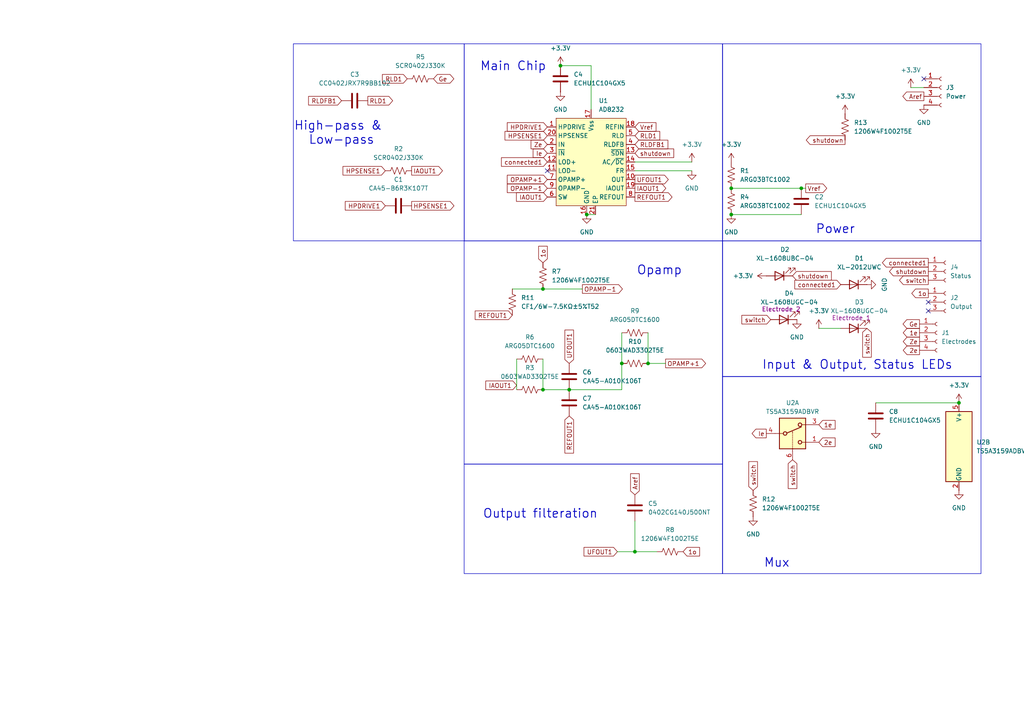
<source format=kicad_sch>
(kicad_sch (version 20231120) (generator "eeschema") (generator_version "8.0")
  (paper "A4")
  (lib_symbols
    (symbol "Analog_Switch:TS5A3159ADBVR" (pin_names (offset 0.127))
      (property "Reference" "U" (at -3.175 4.699 0))
      (property "Value" "TS5A3159ADBVR" (at -3.175 2.921 0))
      (symbol "TS5A3159ADBVR_1_1"
        (rectangle (start -3.81 4.445) (end 3.81 -4.445) (stroke (width 0.254)) (fill (type background)))
        (circle (center -2.159 0) (radius 0.508) (stroke (width 0.254)))
        (polyline (pts (xy -5.08 0) (xy -2.794 0)))
        (polyline (pts (xy -1.651 0.127) (xy 2.54 1.905)) (stroke (width 0.254)))
        (polyline (pts (xy 0 -5.08) (xy 0 -4.572)))
        (polyline (pts (xy 0 -4.318) (xy 0 -4.064)))
        (polyline (pts (xy 0 -3.81) (xy 0 -3.556)))
        (polyline (pts (xy 0 -3.302) (xy 0 -3.048)))
        (polyline (pts (xy 0 -2.794) (xy 0 -2.54)))
        (polyline (pts (xy 0 -2.286) (xy 0 -2.032)))
        (polyline (pts (xy 0 -1.778) (xy 0 -1.524)))
        (polyline (pts (xy 0 -1.27) (xy 0 -1.016)))
        (polyline (pts (xy 0 -0.762) (xy 0 -0.508)))
        (polyline (pts (xy 0 -0.254) (xy 0 0)))
        (polyline (pts (xy 0 0.254) (xy 0 0.508)))
        (polyline (pts (xy 0 0.254) (xy 0 0.508)))
        (polyline (pts (xy 5.08 -2.54) (xy 2.794 -2.54)))
        (polyline (pts (xy 5.08 2.54) (xy 2.794 2.54)))
        (circle (center 2.159 -2.54) (radius 0.508) (stroke (width 0.254)))
        (circle (center 2.159 2.54) (radius 0.508) (stroke (width 0.254)))
        (pin passive line (at 7.62 -2.54 180) (length 2.54) (name "~") (number "1"))
        (pin passive line (at 7.62 2.54 180) (length 2.54) (name "~") (number "3"))
        (pin passive line (at -7.62 0 0) (length 2.54) (name "~") (number "4"))
        (pin input line (at 0 -7.62 90) (length 2.54) (name "~") (number "6"))
      )
      (symbol "TS5A3159ADBVR_2_0"
        (pin power_in line (at 0 -12.7 90) (length 2.54) (name "GND") (number "2"))
        (pin power_in line (at 0 12.7 270) (length 2.54) (name "V+") (number "5"))
      )
      (symbol "TS5A3159ADBVR_2_1"
        (rectangle (start -3.81 10.16) (end 3.81 -10.16) (stroke (width 0.254)) (fill (type background)))
      )
    )
    (symbol "Connector:Conn_01x03_Socket" (pin_names (offset 1.016) hide)
      (property "Reference" "J" (at 0 5.08 0))
      (property "Value" "Conn_01x03_Socket" (at 0 -5.08 0))
      (symbol "Conn_01x03_Socket_1_1"
        (arc (start 0 -2.032) (mid -0.5058 -2.54) (end 0 -3.048) (stroke (width 0.1524)))
        (polyline (pts (xy -1.27 -2.54) (xy -0.508 -2.54)) (stroke (width 0.1524)))
        (polyline (pts (xy -1.27 0) (xy -0.508 0)) (stroke (width 0.1524)))
        (polyline (pts (xy -1.27 2.54) (xy -0.508 2.54)) (stroke (width 0.1524)))
        (arc (start 0 0.508) (mid -0.5058 0) (end 0 -0.508) (stroke (width 0.1524)))
        (arc (start 0 3.048) (mid -0.5058 2.54) (end 0 2.032) (stroke (width 0.1524)))
        (pin passive line (at -5.08 2.54 0) (length 3.81) (name "Pin_1") (number "1"))
        (pin passive line (at -5.08 0 0) (length 3.81) (name "Pin_2") (number "2"))
        (pin passive line (at -5.08 -2.54 0) (length 3.81) (name "Pin_3") (number "3"))
      )
    )
    (symbol "Connector:Conn_01x04_Socket" (pin_names (offset 1.016) hide)
      (property "Reference" "J" (at 0 5.08 0))
      (property "Value" "Conn_01x04_Socket" (at 0 -7.62 0))
      (symbol "Conn_01x04_Socket_1_1"
        (arc (start 0 -4.572) (mid -0.5058 -5.08) (end 0 -5.588) (stroke (width 0.1524)))
        (arc (start 0 -2.032) (mid -0.5058 -2.54) (end 0 -3.048) (stroke (width 0.1524)))
        (polyline (pts (xy -1.27 -5.08) (xy -0.508 -5.08)) (stroke (width 0.1524)))
        (polyline (pts (xy -1.27 -2.54) (xy -0.508 -2.54)) (stroke (width 0.1524)))
        (polyline (pts (xy -1.27 0) (xy -0.508 0)) (stroke (width 0.1524)))
        (polyline (pts (xy -1.27 2.54) (xy -0.508 2.54)) (stroke (width 0.1524)))
        (arc (start 0 0.508) (mid -0.5058 0) (end 0 -0.508) (stroke (width 0.1524)))
        (arc (start 0 3.048) (mid -0.5058 2.54) (end 0 2.032) (stroke (width 0.1524)))
        (pin passive line (at -5.08 2.54 0) (length 3.81) (name "Pin_1") (number "1"))
        (pin passive line (at -5.08 0 0) (length 3.81) (name "Pin_2") (number "2"))
        (pin passive line (at -5.08 -2.54 0) (length 3.81) (name "Pin_3") (number "3"))
        (pin passive line (at -5.08 -5.08 0) (length 3.81) (name "Pin_4") (number "4"))
      )
    )
    (symbol "Device:C" (pin_numbers hide) (pin_names (offset 0.254))
      (property "Reference" "C" (at 0.635 2.54 0))
      (property "Value" "C" (at 0.635 -2.54 0))
      (symbol "C_0_1"
        (polyline (pts (xy -2.032 -0.762) (xy 2.032 -0.762)) (stroke (width 0.508)))
        (polyline (pts (xy -2.032 0.762) (xy 2.032 0.762)) (stroke (width 0.508)))
      )
      (symbol "C_1_1"
        (pin passive line (at 0 3.81 270) (length 2.794) (name "~") (number "1"))
        (pin passive line (at 0 -3.81 90) (length 2.794) (name "~") (number "2"))
      )
    )
    (symbol "Device:LED" (pin_numbers hide) (pin_names (offset 1.016) hide)
      (property "Reference" "D" (at 0 2.54 0))
      (property "Value" "LED" (at 0 -2.54 0))
      (symbol "LED_0_1"
        (polyline (pts (xy -1.27 -1.27) (xy -1.27 1.27)) (stroke (width 0.254)))
        (polyline (pts (xy -1.27 0) (xy 1.27 0)))
        (polyline (pts (xy 1.27 -1.27) (xy 1.27 1.27) (xy -1.27 0) (xy 1.27 -1.27)) (stroke (width 0.254)))
        (polyline (pts (xy -3.048 -0.762) (xy -4.572 -2.286) (xy -3.81 -2.286) (xy -4.572 -2.286) (xy -4.572 -1.524)))
        (polyline (pts (xy -1.778 -0.762) (xy -3.302 -2.286) (xy -2.54 -2.286) (xy -3.302 -2.286) (xy -3.302 -1.524)))
      )
      (symbol "LED_1_1"
        (pin passive line (at -3.81 0 0) (length 2.54) (name "K") (number "1"))
        (pin passive line (at 3.81 0 180) (length 2.54) (name "A") (number "2"))
      )
    )
    (symbol "Device:R_US" (pin_numbers hide) (pin_names (offset 0))
      (property "Reference" "R" (at 2.54 0 90))
      (property "Value" "R_US" (at -2.54 0 90))
      (symbol "R_US_0_1"
        (polyline (pts (xy 0 -2.286) (xy 0 -2.54)))
        (polyline (pts (xy 0 2.286) (xy 0 2.54)))
        (polyline (pts (xy 0 -0.762) (xy 1.016 -1.143) (xy 0 -1.524) (xy -1.016 -1.905) (xy 0 -2.286)))
        (polyline (pts (xy 0 0.762) (xy 1.016 0.381) (xy 0 0) (xy -1.016 -0.381) (xy 0 -0.762)))
        (polyline (pts (xy 0 2.286) (xy 1.016 1.905) (xy 0 1.524) (xy -1.016 1.143) (xy 0 0.762)))
      )
      (symbol "R_US_1_1"
        (pin passive line (at 0 3.81 270) (length 1.27) (name "~") (number "1"))
        (pin passive line (at 0 -3.81 90) (length 1.27) (name "~") (number "2"))
      )
    )
    (symbol "Personal:AD8232"
      (property "Reference" "U" (at 0 0 0))
      (property "Value" "AD8232" (at 0 4.826 0))
      (symbol "AD8232_0_1"
        (rectangle (start -10.16 12.7) (end 10.16 -12.7) (fill (type background)))
      )
      (symbol "AD8232_1_1"
        (pin output line (at -12.7 10.16 0) (length 2.54) (name "HPDRIVE") (number "1"))
        (pin output line (at 12.7 -5.08 180) (length 2.54) (name "OUT") (number "10"))
        (pin output line (at -12.7 -2.54 0) (length 2.54) (name "LOD-") (number "11"))
        (pin output line (at -12.7 0 0) (length 2.54) (name "LOD+") (number "12"))
        (pin input line (at 12.7 2.54 180) (length 2.54) (name "~{SDN}") (number "13"))
        (pin input line (at 12.7 0 180) (length 2.54) (name "AC/~{DC}") (number "14"))
        (pin input line (at 12.7 -2.54 180) (length 2.54) (name "FR") (number "15"))
        (pin power_in line (at -1.27 -15.24 90) (length 2.54) (name "GND") (number "16"))
        (pin power_in line (at 0 15.24 270) (length 2.54) (name "Vss") (number "17"))
        (pin input line (at 12.7 10.16 180) (length 2.54) (name "REFIN") (number "18"))
        (pin output line (at 12.7 -7.62 180) (length 2.54) (name "IAOUT") (number "19"))
        (pin input line (at -12.7 5.08 0) (length 2.54) (name "IN") (number "2"))
        (pin input line (at -12.7 7.62 0) (length 2.54) (name "HPSENSE") (number "20"))
        (pin passive line (at 1.27 -15.24 90) (length 2.54) (name "EP") (number "21"))
        (pin input line (at -12.7 2.54 0) (length 2.54) (name "~{IN}") (number "3"))
        (pin input line (at 12.7 5.08 180) (length 2.54) (name "RLDFB") (number "4"))
        (pin output line (at 12.7 7.62 180) (length 2.54) (name "RLD") (number "5"))
        (pin input line (at -12.7 -10.16 0) (length 2.54) (name "SW") (number "6"))
        (pin input line (at -12.7 -5.08 0) (length 2.54) (name "OPAMP+") (number "7"))
        (pin output line (at 12.7 -10.16 180) (length 2.54) (name "REFOUT") (number "8"))
        (pin input line (at -12.7 -7.62 0) (length 2.54) (name "OPAMP-") (number "9"))
      )
    )
    (symbol "power:+3.3V" (power) (pin_numbers hide) (pin_names (offset 0) hide)
      (property "Value" "+3.3V" (at 0 3.556 0))
      (symbol "+3.3V_0_1"
        (polyline (pts (xy -0.762 1.27) (xy 0 2.54)))
        (polyline (pts (xy 0 0) (xy 0 2.54)))
        (polyline (pts (xy 0 2.54) (xy 0.762 1.27)))
      )
      (symbol "+3.3V_1_1"
        (pin power_in line (at 0 0 90) (length 0) (name "~") (number "1"))
      )
    )
    (symbol "power:GND" (power) (pin_numbers hide) (pin_names (offset 0) hide)
      (property "Value" "GND" (at 0 -3.81 0))
      (symbol "GND_0_1"
        (polyline (pts (xy 0 0) (xy 0 -1.27) (xy 1.27 -1.27) (xy 0 -2.54) (xy -1.27 -1.27) (xy 0 -1.27)))
      )
      (symbol "GND_1_1"
        (pin power_in line (at 0 0 270) (length 0) (name "~") (number "1"))
      )
    )
  )
  (junction (at 212.09 62.23))
  (junction (at 212.09 54.61))
  (junction (at 162.56 19.05))
  (junction (at 184.15 160.02))
  (junction (at 278.13 116.84))
  (junction (at 187.96 105.41))
  (junction (at 157.48 113.03))
  (junction (at 157.48 83.82))
  (junction (at 232.41 54.61))
  (junction (at 180.34 105.41))
  (junction (at 165.1 113.03))
  (junction (at 170.18 62.23))
  (no_connect (at 158.75 49.53))
  (no_connect (at 269.24 90.17))
  (no_connect (at 267.97 22.86))
  (no_connect (at 269.24 87.63))
  (wire (pts (xy 212.09 62.23) (xy 232.41 62.23)))
  (wire (pts (xy 264.16 25.4) (xy 267.97 25.4)))
  (wire (pts (xy 157.48 113.03) (xy 165.1 113.03)))
  (wire (pts (xy 184.15 46.99) (xy 200.66 46.99)))
  (wire (pts (xy 171.45 19.05) (xy 171.45 31.75)))
  (wire (pts (xy 170.18 62.23) (xy 172.72 62.23)))
  (wire (pts (xy 187.96 105.41) (xy 193.04 105.41)))
  (wire (pts (xy 184.15 151.13) (xy 184.15 160.02)))
  (wire (pts (xy 237.49 95.25) (xy 243.84 95.25)))
  (wire (pts (xy 232.41 54.61) (xy 233.68 54.61)))
  (wire (pts (xy 180.34 96.52) (xy 180.34 105.41)))
  (wire (pts (xy 254 116.84) (xy 278.13 116.84)))
  (wire (pts (xy 184.15 160.02) (xy 179.07 160.02)))
  (wire (pts (xy 200.66 49.53) (xy 184.15 49.53)))
  (wire (pts (xy 162.56 19.05) (xy 171.45 19.05)))
  (wire (pts (xy 165.1 113.03) (xy 180.34 113.03)))
  (wire (pts (xy 157.48 83.82) (xy 168.91 83.82)))
  (wire (pts (xy 190.5 160.02) (xy 184.15 160.02)))
  (wire (pts (xy 187.96 96.52) (xy 187.96 105.41)))
  (wire (pts (xy 149.86 104.14) (xy 149.86 113.03)))
  (wire (pts (xy 148.59 83.82) (xy 157.48 83.82)))
  (wire (pts (xy 212.09 54.61) (xy 232.41 54.61)))
  (wire (pts (xy 157.48 104.14) (xy 157.48 113.03)))
  (wire (pts (xy 180.34 105.41) (xy 180.34 113.03)))
  (rectangle (start 209.55 69.85) (end 284.5308 109.22))
  (rectangle (start 134.62 12.7) (end 209.6008 69.85))
  (rectangle (start 134.62 134.62) (end 209.6008 166.37))
  (rectangle (start 209.55 12.7) (end 284.5308 69.85))
  (rectangle (start 209.55 109.22) (end 284.5308 166.37))
  (rectangle (start 134.62 69.85) (end 209.6008 134.62))
  (rectangle (start 85.09 12.7) (end 134.6708 69.85))
  (text "Opamp" (at 191.262 78.486 0) (effects (font (size 2.54 2.54) (thickness 0.254) (bold yes))))
  (text "Power" (at 242.316 66.548 0) (effects (font (size 2.54 2.54) (thickness 0.254) (bold yes))))
  (text "Output filteration" (at 156.718 149.098 0) (effects (font (size 2.54 2.54) (thickness 0.254) (bold yes))))
  (text "Mux" (at 225.298 163.322 0) (effects (font (size 2.54 2.54) (thickness 0.254) (bold yes))))
  (text "Input & Output, Status LEDs" (at 248.666 105.918 0) (effects (font (size 2.54 2.54) (thickness 0.254) (bold yes))))
  (text "Main Chip" (at 148.844 19.304 0) (effects (font (size 2.54 2.54) (thickness 0.254) (bold yes))))
  (text "High-pass & \nLow-pass" (at 99.06 38.608 0) (effects (font (size 2.54 2.54) (thickness 0.254) (bold yes))))
  (global_label "UFOUT1" (shape output) (at 184.15 52.07 0) (property "Intersheetrefs" "${INTERSHEET_REFS}" (effects (hide yes))))
  (global_label "connected1" (shape input) (at 158.75 46.99 180) (property "Intersheetrefs" "${INTERSHEET_REFS}" (effects (hide yes))))
  (global_label "REFOUT1" (shape output) (at 184.15 57.15 0) (property "Intersheetrefs" "${INTERSHEET_REFS}" (effects (hide yes))))
  (global_label "2e" (shape output) (at 266.7 101.6 180) (property "Intersheetrefs" "${INTERSHEET_REFS}" (effects (hide yes))))
  (global_label "shutdown" (shape input) (at 229.87 80.01 0) (property "Intersheetrefs" "${INTERSHEET_REFS}" (effects (hide yes))))
  (global_label "Ge" (shape output) (at 266.7 93.98 180) (property "Intersheetrefs" "${INTERSHEET_REFS}" (effects (hide yes))))
  (global_label "UFOUT1" (shape input) (at 179.07 160.02 180) (property "Intersheetrefs" "${INTERSHEET_REFS}" (effects (hide yes))))
  (global_label "Ie" (shape output) (at 222.25 125.73 180) (property "Intersheetrefs" "${INTERSHEET_REFS}" (effects (hide yes))))
  (global_label "switch" (shape input) (at 251.46 95.25 270) (property "Intersheetrefs" "${INTERSHEET_REFS}" (effects (hide yes))))
  (global_label "Vref" (shape output) (at 233.68 54.61 0) (property "Intersheetrefs" "${INTERSHEET_REFS}" (effects (hide yes))))
  (global_label "RLD1" (shape input) (at 184.15 39.37 0) (property "Intersheetrefs" "${INTERSHEET_REFS}" (effects (hide yes))))
  (global_label "HPSENSE1" (shape input) (at 111.76 49.53 180) (property "Intersheetrefs" "${INTERSHEET_REFS}" (effects (hide yes))))
  (global_label "1o" (shape input) (at 157.48 76.2 90) (property "Intersheetrefs" "${INTERSHEET_REFS}" (effects (hide yes))))
  (global_label "IAOUT1" (shape input) (at 149.86 111.76 180) (property "Intersheetrefs" "${INTERSHEET_REFS}" (effects (hide yes))))
  (global_label "IAOUT1" (shape output) (at 184.15 54.61 0) (property "Intersheetrefs" "${INTERSHEET_REFS}" (effects (hide yes))))
  (global_label "1o" (shape input) (at 198.12 160.02 0) (property "Intersheetrefs" "${INTERSHEET_REFS}" (effects (hide yes))))
  (global_label "OPAMP-1" (shape input) (at 158.75 54.61 180) (property "Intersheetrefs" "${INTERSHEET_REFS}" (effects (hide yes))))
  (global_label "OPAMP-1" (shape output) (at 168.91 83.82 0) (property "Intersheetrefs" "${INTERSHEET_REFS}" (effects (hide yes))))
  (global_label "HPDRIVE1" (shape input) (at 111.76 59.69 180) (property "Intersheetrefs" "${INTERSHEET_REFS}" (effects (hide yes))))
  (global_label "1e" (shape input) (at 237.49 123.19 0) (property "Intersheetrefs" "${INTERSHEET_REFS}" (effects (hide yes))))
  (global_label "RLDFB1" (shape input) (at 184.15 41.91 0) (property "Intersheetrefs" "${INTERSHEET_REFS}" (effects (hide yes))))
  (global_label "HPDRIVE1" (shape input) (at 158.75 36.83 180) (property "Intersheetrefs" "${INTERSHEET_REFS}" (effects (hide yes))))
  (global_label "switch" (shape input) (at 223.52 92.71 180) (property "Intersheetrefs" "${INTERSHEET_REFS}" (effects (hide yes))))
  (global_label "OPAMP+1" (shape input) (at 158.75 52.07 180) (property "Intersheetrefs" "${INTERSHEET_REFS}" (effects (hide yes))))
  (global_label "connected1" (shape output) (at 269.24 76.2 180) (property "Intersheetrefs" "${INTERSHEET_REFS}" (effects (hide yes))))
  (global_label "shutdown" (shape output) (at 245.11 40.64 180) (property "Intersheetrefs" "${INTERSHEET_REFS}" (effects (hide yes))))
  (global_label "RLDFB1" (shape input) (at 99.06 29.21 180) (property "Intersheetrefs" "${INTERSHEET_REFS}" (effects (hide yes))))
  (global_label "Ze" (shape input) (at 158.75 41.91 180) (property "Intersheetrefs" "${INTERSHEET_REFS}" (effects (hide yes))))
  (global_label "connected1" (shape input) (at 243.84 82.55 180) (property "Intersheetrefs" "${INTERSHEET_REFS}" (effects (hide yes))))
  (global_label "shutdown" (shape input) (at 184.15 44.45 0) (property "Intersheetrefs" "${INTERSHEET_REFS}" (effects (hide yes))))
  (global_label "2e" (shape input) (at 237.49 128.27 0) (property "Intersheetrefs" "${INTERSHEET_REFS}" (effects (hide yes))))
  (global_label "1o" (shape output) (at 269.24 85.09 180) (property "Intersheetrefs" "${INTERSHEET_REFS}" (effects (hide yes))))
  (global_label "IAOUT1" (shape input) (at 158.75 57.15 180) (property "Intersheetrefs" "${INTERSHEET_REFS}" (effects (hide yes))))
  (global_label "shutdown" (shape output) (at 269.24 78.74 180) (property "Intersheetrefs" "${INTERSHEET_REFS}" (effects (hide yes))))
  (global_label "Vref" (shape input) (at 184.15 36.83 0) (property "Intersheetrefs" "${INTERSHEET_REFS}" (effects (hide yes))))
  (global_label "HPSENSE1" (shape output) (at 119.38 59.69 0) (property "Intersheetrefs" "${INTERSHEET_REFS}" (effects (hide yes))))
  (global_label "RLD1" (shape output) (at 106.68 29.21 0) (property "Intersheetrefs" "${INTERSHEET_REFS}" (effects (hide yes))))
  (global_label "Ge" (shape bidirectional) (at 125.73 22.86 0) (property "Intersheetrefs" "${INTERSHEET_REFS}" (effects (hide yes))))
  (global_label "switch" (shape input) (at 218.44 142.24 90) (property "Intersheetrefs" "${INTERSHEET_REFS}" (effects (hide yes))))
  (global_label "OPAMP+1" (shape output) (at 193.04 105.41 0) (property "Intersheetrefs" "${INTERSHEET_REFS}" (effects (hide yes))))
  (global_label "switch" (shape input) (at 229.87 133.35 270) (property "Intersheetrefs" "${INTERSHEET_REFS}" (effects (hide yes))))
  (global_label "Ie" (shape input) (at 158.75 44.45 180) (property "Intersheetrefs" "${INTERSHEET_REFS}" (effects (hide yes))))
  (global_label "REFOUT1" (shape input) (at 148.59 91.44 180) (property "Intersheetrefs" "${INTERSHEET_REFS}" (effects (hide yes))))
  (global_label "HPSENSE1" (shape input) (at 158.75 39.37 180) (property "Intersheetrefs" "${INTERSHEET_REFS}" (effects (hide yes))))
  (global_label "1e" (shape output) (at 266.7 96.52 180) (property "Intersheetrefs" "${INTERSHEET_REFS}" (effects (hide yes))))
  (global_label "Aref" (shape input) (at 184.15 143.51 90) (property "Intersheetrefs" "${INTERSHEET_REFS}" (effects (hide yes))))
  (global_label "Ze" (shape output) (at 266.7 99.06 180) (property "Intersheetrefs" "${INTERSHEET_REFS}" (effects (hide yes))))
  (global_label "UFOUT1" (shape input) (at 165.1 105.41 90) (property "Intersheetrefs" "${INTERSHEET_REFS}" (effects (hide yes))))
  (global_label "RLD1" (shape input) (at 118.11 22.86 180) (property "Intersheetrefs" "${INTERSHEET_REFS}" (effects (hide yes))))
  (global_label "IAOUT1" (shape output) (at 119.38 49.53 0) (property "Intersheetrefs" "${INTERSHEET_REFS}" (effects (hide yes))))
  (global_label "REFOUT1" (shape input) (at 165.1 120.65 270) (property "Intersheetrefs" "${INTERSHEET_REFS}" (effects (hide yes))))
  (global_label "Aref" (shape output) (at 267.97 27.94 180) (property "Intersheetrefs" "${INTERSHEET_REFS}" (effects (hide yes))))
  (global_label "switch" (shape output) (at 269.24 81.28 180) (property "Intersheetrefs" "${INTERSHEET_REFS}" (effects (hide yes))))
  (symbol (lib_id "Device:C") (at 162.56 22.86 0) (unit 1)
    (property "Reference" "C4" (at 166.37 21.5899 0) (effects (justify left)))
    (property "Value" "ECHU1C104GX5" (at 166.37 24.1299 0) (effects (justify left)))
    (property "Footprint" "Capacitor_SMD:C_1210_3225Metric" (effects (hide yes)))
    (property "Description" "Unpolarized capacitor" (effects (hide yes)))
  )
  (symbol (lib_id "power:GND") (at 254 124.46 0) (unit 1)
    (property "Reference" "#PWR09" (effects (hide yes)))
    (property "Value" "GND" (at 254 129.54 0))
    (property "Description" "Power symbol creates a global label with name \"GND\" , ground" (effects (hide yes)))
  )
  (symbol (lib_id "Device:LED") (at 227.33 92.71 180) (unit 1)
    (property "Reference" "D4" (at 228.9175 85.09 0))
    (property "Value" "XL-1608UGC-04" (at 228.9175 87.63 0))
    (property "Footprint" "LED_SMD:LED_0603_1608Metric" (effects (hide yes)))
    (property "Description" "Electrode 2" (at 226.568 89.662 0))
  )
  (symbol (lib_id "power:+3.3V") (at 212.09 46.99 0) (unit 1)
    (property "Reference" "#PWR012" (effects (hide yes)))
    (property "Value" "+3.3V" (at 212.09 41.91 0))
    (property "Description" "Power symbol creates a global label with name \"+3.3V\"" (effects (hide yes)))
  )
  (symbol (lib_id "Device:C") (at 102.87 29.21 90) (unit 1)
    (property "Reference" "C3" (at 102.87 21.59 90))
    (property "Value" "CC0402JRX7R9BB102" (at 102.87 24.13 90))
    (property "Footprint" "Capacitor_SMD:C_0402_1005Metric" (effects (hide yes)))
    (property "Description" "Unpolarized capacitor" (effects (hide yes)))
  )
  (symbol (lib_id "Connector:Conn_01x04_Socket") (at 271.78 96.52 0) (unit 1)
    (property "Reference" "J1" (at 273.05 96.5199 0) (effects (justify left)))
    (property "Value" "Electrodes" (at 273.05 99.0599 0) (effects (justify left)))
    (property "Footprint" "Connector_PinSocket_2.54mm:PinSocket_1x04_P2.54mm_Vertical" (effects (hide yes)))
    (property "Description" "Generic connector, single row, 01x04, script generated" (effects (hide yes)))
  )
  (symbol (lib_id "Personal:AD8232") (at 171.45 46.99 0) (unit 1)
    (property "Reference" "U1" (at 173.6441 29.21 0) (effects (justify left)))
    (property "Value" "AD8232" (at 173.6441 31.75 0) (effects (justify left)))
    (property "Footprint" "Package_CSP:LFCSP-20-1EP_4x4mm_P0.5mm_EP2.5x2.5mm" (effects (hide yes)))
    (property "Datasheet" "https://www.analog.com/media/en/technical-documentation/data-sheets/ad8232.pdf" (effects (hide yes)))
    (property "Description" "Integrated signal conditioning block for ECG and other biopotential measurement applications" (effects (hide yes)))
  )
  (symbol (lib_id "Device:LED") (at 247.65 95.25 180) (unit 1)
    (property "Reference" "D3" (at 249.2375 87.63 0))
    (property "Value" "XL-1608UGC-04" (at 249.2375 90.17 0))
    (property "Footprint" "LED_SMD:LED_0603_1608Metric" (effects (hide yes)))
    (property "Description" "Electrode 1" (at 246.888 92.202 0))
  )
  (symbol (lib_id "power:+3.3V") (at 162.56 19.05 0) (unit 1)
    (property "Reference" "#PWR05" (effects (hide yes)))
    (property "Value" "+3.3V" (at 162.56 13.97 0))
    (property "Description" "Power symbol creates a global label with name \"+3.3V\"" (effects (hide yes)))
  )
  (symbol (lib_id "Device:LED") (at 247.65 82.55 180) (unit 1)
    (property "Reference" "D1" (at 249.2375 74.93 0))
    (property "Value" "XL-2012UWC" (at 249.2375 77.47 0))
    (property "Footprint" "LED_SMD:LED_0805_2012Metric" (effects (hide yes)))
    (property "Description" "Light emitting diode" (effects (hide yes)))
  )
  (symbol (lib_id "Device:R_US") (at 153.67 113.03 90) (unit 1)
    (property "Reference" "R3" (at 153.67 106.68 90))
    (property "Value" "0603WAD3302T5E" (at 153.67 109.22 90))
    (property "Footprint" "Resistor_SMD:R_0603_1608Metric" (effects (hide yes)))
    (property "Description" "Resistor, US symbol" (effects (hide yes)))
  )
  (symbol (lib_id "Device:R_US") (at 184.15 96.52 90) (unit 1)
    (property "Reference" "R9" (at 184.15 90.17 90))
    (property "Value" "ARG05DTC1600" (at 184.15 92.71 90))
    (property "Footprint" "Resistor_SMD:R_0805_2012Metric" (effects (hide yes)))
    (property "Description" "Resistor, US symbol" (effects (hide yes)))
  )
  (symbol (lib_id "Device:R_US") (at 148.59 87.63 180) (unit 1)
    (property "Reference" "R11" (at 151.13 86.3599 0) (effects (justify right)))
    (property "Value" "CF1/6W-7.5KΩ±5%T52" (at 151.13 88.8999 0) (effects (justify right)))
    (property "Footprint" "Personal:R_Axial_DIN0207_L6.3mm_D2.5mm_P5.08mm_Horizontal" (effects (hide yes)))
    (property "Description" "Resistor, US symbol" (effects (hide yes)))
  )
  (symbol (lib_id "Device:C") (at 165.1 116.84 180) (unit 1)
    (property "Reference" "C7" (at 168.91 115.5699 0) (effects (justify right)))
    (property "Value" "CA45-A010K106T" (at 168.91 118.1099 0) (effects (justify right)))
    (property "Footprint" "Capacitor_Tantalum_SMD:CP_EIA-3216-12_Kemet-S" (effects (hide yes)))
    (property "Description" "Unpolarized capacitor" (effects (hide yes)))
  )
  (symbol (lib_id "Device:R_US") (at 212.09 50.8 0) (unit 1)
    (property "Reference" "R1" (at 214.63 49.5299 0) (effects (justify left)))
    (property "Value" "ARG03BTC1002" (at 214.63 52.0699 0) (effects (justify left)))
    (property "Footprint" "Resistor_SMD:R_0603_1608Metric" (effects (hide yes)))
    (property "Description" "Resistor, US symbol" (effects (hide yes)))
  )
  (symbol (lib_id "Device:R_US") (at 121.92 22.86 270) (unit 1)
    (property "Reference" "R5" (at 121.92 16.51 90))
    (property "Value" "SCR0402J330K" (at 121.92 19.05 90))
    (property "Footprint" "Resistor_SMD:R_0402_1005Metric" (effects (hide yes)))
    (property "Description" "Resistor, US symbol" (effects (hide yes)))
  )
  (symbol (lib_id "power:GND") (at 278.13 142.24 0) (unit 1)
    (property "Reference" "#PWR014" (effects (hide yes)))
    (property "Value" "GND" (at 278.13 147.32 0))
    (property "Description" "Power symbol creates a global label with name \"GND\" , ground" (effects (hide yes)))
  )
  (symbol (lib_id "Device:C") (at 184.15 147.32 0) (unit 1)
    (property "Reference" "C5" (at 187.96 146.0499 0) (effects (justify left)))
    (property "Value" "0402CG140J500NT" (at 187.96 148.5899 0) (effects (justify left)))
    (property "Footprint" "Capacitor_SMD:C_0402_1005Metric" (effects (hide yes)))
    (property "Description" "Unpolarized capacitor" (effects (hide yes)))
  )
  (symbol (lib_id "Device:R_US") (at 153.67 104.14 90) (unit 1)
    (property "Reference" "R6" (at 153.67 97.79 90))
    (property "Value" "ARG05DTC1600" (at 153.67 100.33 90))
    (property "Footprint" "Resistor_SMD:R_0805_2012Metric" (effects (hide yes)))
    (property "Description" "Resistor, US symbol" (effects (hide yes)))
  )
  (symbol (lib_id "power:GND") (at 267.97 30.48 0) (unit 1)
    (property "Reference" "#PWR01" (effects (hide yes)))
    (property "Value" "GND" (at 267.97 35.56 0))
    (property "Description" "Power symbol creates a global label with name \"GND\" , ground" (effects (hide yes)))
  )
  (symbol (lib_id "Device:R_US") (at 115.57 49.53 270) (unit 1)
    (property "Reference" "R2" (at 115.57 43.18 90))
    (property "Value" "SCR0402J330K" (at 115.57 45.72 90))
    (property "Footprint" "Resistor_SMD:R_0402_1005Metric" (effects (hide yes)))
    (property "Description" "Resistor, US symbol" (effects (hide yes)))
  )
  (symbol (lib_id "Device:C") (at 165.1 109.22 180) (unit 1)
    (property "Reference" "C6" (at 168.91 107.9499 0) (effects (justify right)))
    (property "Value" "CA45-A010K106T" (at 168.91 110.4899 0) (effects (justify right)))
    (property "Footprint" "Capacitor_Tantalum_SMD:CP_EIA-3216-12_Kemet-S" (effects (hide yes)))
    (property "Description" "Unpolarized capacitor" (effects (hide yes)))
  )
  (symbol (lib_id "power:GND") (at 170.18 62.23 0) (unit 1)
    (property "Reference" "#PWR04" (effects (hide yes)))
    (property "Value" "GND" (at 170.18 67.31 0))
    (property "Description" "Power symbol creates a global label with name \"GND\" , ground" (effects (hide yes)))
  )
  (symbol (lib_id "power:+3.3V") (at 237.49 95.25 0) (unit 1)
    (property "Reference" "#PWR019" (effects (hide yes)))
    (property "Value" "+3.3V" (at 237.49 90.17 0))
    (property "Description" "Power symbol creates a global label with name \"+3.3V\"" (effects (hide yes)))
  )
  (symbol (lib_id "Device:R_US") (at 184.15 105.41 90) (unit 1)
    (property "Reference" "R10" (at 184.15 99.06 90))
    (property "Value" "0603WAD3302T5E" (at 184.15 101.6 90))
    (property "Footprint" "Resistor_SMD:R_0603_1608Metric" (effects (hide yes)))
    (property "Description" "Resistor, US symbol" (effects (hide yes)))
  )
  (symbol (lib_id "power:+3.3V") (at 264.16 25.4 0) (unit 1)
    (property "Reference" "#PWR02" (effects (hide yes)))
    (property "Value" "+3.3V" (at 264.16 20.32 0))
    (property "Description" "Power symbol creates a global label with name \"+3.3V\"" (effects (hide yes)))
  )
  (symbol (lib_id "power:+3.3V") (at 222.25 80.01 90) (unit 1)
    (property "Reference" "#PWR016" (effects (hide yes)))
    (property "Value" "+3.3V" (at 218.44 80.0099 90) (effects (justify left)))
    (property "Description" "Power symbol creates a global label with name \"+3.3V\"" (effects (hide yes)))
  )
  (symbol (lib_id "Device:LED") (at 226.06 80.01 180) (unit 1)
    (property "Reference" "D2" (at 227.6475 72.39 0))
    (property "Value" "XL-1608UBC-04" (at 227.6475 74.93 0))
    (property "Footprint" "LED_SMD:LED_0603_1608Metric" (effects (hide yes)))
    (property "Description" "Light emitting diode" (effects (hide yes)))
  )
  (symbol (lib_id "Device:R_US") (at 157.48 80.01 180) (unit 1)
    (property "Reference" "R7" (at 160.02 78.7399 0) (effects (justify right)))
    (property "Value" "1206W4F1002T5E" (at 160.02 81.2799 0) (effects (justify right)))
    (property "Footprint" "Resistor_SMD:R_1206_3216Metric" (effects (hide yes)))
    (property "Description" "Resistor, US symbol" (effects (hide yes)))
  )
  (symbol (lib_id "power:GND") (at 200.66 49.53 0) (unit 1)
    (property "Reference" "#PWR018" (effects (hide yes)))
    (property "Value" "GND" (at 200.66 54.61 0))
    (property "Description" "Power symbol creates a global label with name \"GND\" , ground" (effects (hide yes)))
  )
  (symbol (lib_id "power:+3.3V") (at 278.13 116.84 0) (unit 1)
    (property "Reference" "#PWR03" (effects (hide yes)))
    (property "Value" "+3.3V" (at 278.13 111.76 0))
    (property "Description" "Power symbol creates a global label with name \"+3.3V\"" (effects (hide yes)))
  )
  (symbol (lib_id "Device:R_US") (at 212.09 58.42 0) (unit 1)
    (property "Reference" "R4" (at 214.63 57.1499 0) (effects (justify left)))
    (property "Value" "ARG03BTC1002" (at 214.63 59.6899 0) (effects (justify left)))
    (property "Footprint" "Resistor_SMD:R_0603_1608Metric" (effects (hide yes)))
    (property "Description" "Resistor, US symbol" (effects (hide yes)))
  )
  (symbol (lib_id "power:GND") (at 251.46 82.55 90) (unit 1)
    (property "Reference" "#PWR022" (effects (hide yes)))
    (property "Value" "GND" (at 256.54 82.55 0))
    (property "Description" "Power symbol creates a global label with name \"GND\" , ground" (effects (hide yes)))
  )
  (symbol (lib_id "power:GND") (at 212.09 62.23 0) (unit 1)
    (property "Reference" "#PWR013" (effects (hide yes)))
    (property "Value" "GND" (at 212.09 67.31 0))
    (property "Description" "Power symbol creates a global label with name \"GND\" , ground" (effects (hide yes)))
  )
  (symbol (lib_id "Device:C") (at 115.57 59.69 90) (unit 1)
    (property "Reference" "C1" (at 115.57 52.07 90))
    (property "Value" "CA45-B6R3K107T" (at 115.57 54.61 90))
    (property "Footprint" "Capacitor_Tantalum_SMD:CP_EIA-3528-21_Kemet-B" (effects (hide yes)))
    (property "Description" "Unpolarized capacitor" (effects (hide yes)))
  )
  (symbol (lib_id "power:+3.3V") (at 200.66 46.99 0) (unit 1)
    (property "Reference" "#PWR07" (effects (hide yes)))
    (property "Value" "+3.3V" (at 200.66 41.91 0))
    (property "Description" "Power symbol creates a global label with name \"+3.3V\"" (effects (hide yes)))
  )
  (symbol (lib_id "Device:R_US") (at 245.11 36.83 180) (unit 1)
    (property "Reference" "R13" (at 247.65 35.5599 0) (effects (justify right)))
    (property "Value" "1206W4F1002T5E" (at 247.65 38.0999 0) (effects (justify right)))
    (property "Footprint" "Resistor_SMD:R_1206_3216Metric" (effects (hide yes)))
    (property "Description" "Resistor, US symbol" (effects (hide yes)))
  )
  (symbol (lib_id "Device:R_US") (at 194.31 160.02 90) (unit 1)
    (property "Reference" "R8" (at 194.31 153.67 90))
    (property "Value" "1206W4F1002T5E" (at 194.31 156.21 90))
    (property "Footprint" "Resistor_SMD:R_1206_3216Metric" (effects (hide yes)))
    (property "Description" "Resistor, US symbol" (effects (hide yes)))
  )
  (symbol (lib_id "Connector:Conn_01x04_Socket") (at 273.05 25.4 0) (unit 1)
    (property "Reference" "J3" (at 274.32 25.3999 0) (effects (justify left)))
    (property "Value" "Power" (at 274.32 27.9399 0) (effects (justify left)))
    (property "Footprint" "Connector_PinSocket_2.54mm:PinSocket_1x04_P2.54mm_Vertical" (effects (hide yes)))
    (property "Description" "Generic connector, single row, 01x04, script generated" (effects (hide yes)))
  )
  (symbol (lib_id "Connector:Conn_01x03_Socket") (at 274.32 78.74 0) (unit 1)
    (property "Reference" "J4" (at 275.59 77.4699 0) (effects (justify left)))
    (property "Value" "Status" (at 275.59 80.0099 0) (effects (justify left)))
    (property "Footprint" "Connector_PinSocket_2.54mm:PinSocket_1x03_P2.54mm_Vertical" (effects (hide yes)))
    (property "Description" "Generic connector, single row, 01x03, script generated" (effects (hide yes)))
  )
  (symbol (lib_id "power:GND") (at 218.44 149.86 0) (unit 1)
    (property "Reference" "#PWR010" (effects (hide yes)))
    (property "Value" "GND" (at 218.44 154.94 0))
    (property "Description" "Power symbol creates a global label with name \"GND\" , ground" (effects (hide yes)))
  )
  (symbol (lib_id "Connector:Conn_01x03_Socket") (at 274.32 87.63 0) (unit 1)
    (property "Reference" "J2" (at 275.59 86.3599 0) (effects (justify left)))
    (property "Value" "Output" (at 275.59 88.8999 0) (effects (justify left)))
    (property "Footprint" "Connector_PinSocket_2.54mm:PinSocket_1x03_P2.54mm_Vertical" (effects (hide yes)))
    (property "Description" "Generic connector, single row, 01x03, script generated" (effects (hide yes)))
  )
  (symbol (lib_id "Analog_Switch:TS5A3159ADBVR") (at 229.87 125.73 0) (unit 1)
    (property "Reference" "U2" (at 229.87 116.84 0))
    (property "Value" "TS5A3159ADBVR" (at 229.87 119.38 0))
    (property "Footprint" "Package_TO_SOT_SMD:SOT-23-6" (effects (hide yes)))
    (property "Datasheet" "http://www.ti.com/lit/ds/symlink/ts5a3159a.pdf" (effects (hide yes)))
    (property "Description" "Single SPDT Analog Switch, 1.65-V to 5.5-V Single-Supply Operation, 1Ohm Ron, SOT-23-6" (effects (hide yes)))
  )
  (symbol (lib_id "Device:C") (at 254 120.65 0) (unit 1)
    (property "Reference" "C8" (at 257.81 119.3799 0) (effects (justify left)))
    (property "Value" "ECHU1C104GX5" (at 257.81 121.9199 0) (effects (justify left)))
    (property "Footprint" "Capacitor_SMD:C_1210_3225Metric" (effects (hide yes)))
    (property "Description" "Unpolarized capacitor" (effects (hide yes)))
  )
  (symbol (lib_id "power:GND") (at 231.14 92.71 0) (unit 1)
    (property "Reference" "#PWR017" (effects (hide yes)))
    (property "Value" "GND" (at 231.14 97.79 0))
    (property "Description" "Power symbol creates a global label with name \"GND\" , ground" (effects (hide yes)))
  )
  (symbol (lib_id "Analog_Switch:TS5A3159ADBVR") (at 278.13 129.54 0) (unit 2)
    (property "Reference" "U2" (at 283.21 128.2699 0) (effects (justify left)))
    (property "Value" "TS5A3159ADBVR" (at 283.21 130.8099 0) (effects (justify left)))
    (property "Footprint" "Package_TO_SOT_SMD:SOT-23-6" (effects (hide yes)))
    (property "Datasheet" "http://www.ti.com/lit/ds/symlink/ts5a3159a.pdf" (effects (hide yes)))
    (property "Description" "Single SPDT Analog Switch, 1.65-V to 5.5-V Single-Supply Operation, 1Ohm Ron, SOT-23-6" (effects (hide yes)))
  )
  (symbol (lib_id "Device:R_US") (at 218.44 146.05 180) (unit 1)
    (property "Reference" "R12" (at 220.98 144.7799 0) (effects (justify right)))
    (property "Value" "1206W4F1002T5E" (at 220.98 147.3199 0) (effects (justify right)))
    (property "Footprint" "Resistor_SMD:R_1206_3216Metric" (effects (hide yes)))
    (property "Description" "Resistor, US symbol" (effects (hide yes)))
  )
  (symbol (lib_id "power:+3.3V") (at 245.11 33.02 0) (unit 1)
    (property "Reference" "#PWR08" (effects (hide yes)))
    (property "Value" "+3.3V" (at 245.11 27.94 0))
    (property "Description" "Power symbol creates a global label with name \"+3.3V\"" (effects (hide yes)))
  )
  (symbol (lib_id "power:GND") (at 162.56 26.67 0) (unit 1)
    (property "Reference" "#PWR06" (effects (hide yes)))
    (property "Value" "GND" (at 162.56 31.75 0))
    (property "Description" "Power symbol creates a global label with name \"GND\" , ground" (effects (hide yes)))
  )
  (symbol (lib_id "Device:C") (at 232.41 58.42 0) (unit 1)
    (property "Reference" "C2" (at 236.22 57.1499 0) (effects (justify left)))
    (property "Value" "ECHU1C104GX5" (at 236.22 59.6899 0) (effects (justify left)))
    (property "Footprint" "Capacitor_SMD:C_1210_3225Metric" (effects (hide yes)))
    (property "Description" "Unpolarized capacitor" (effects (hide yes)))
  )
)
</source>
